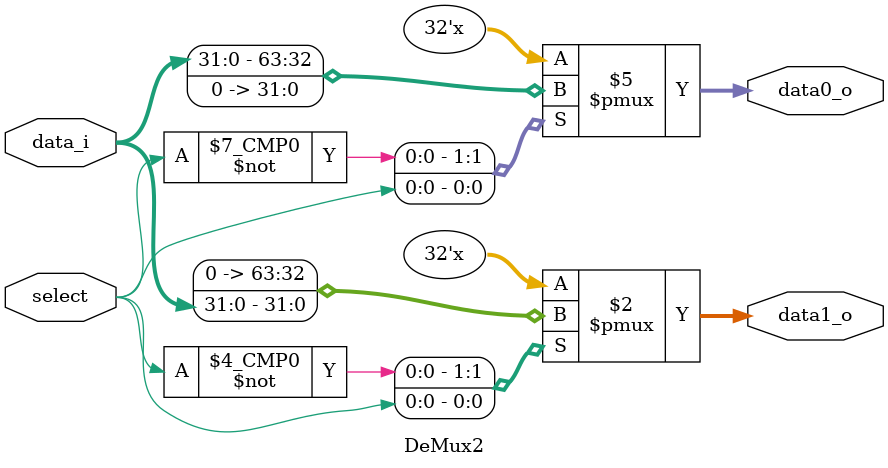
<source format=sv>
`default_nettype none
`ifdef SIMULATE
`timescale 1ns/1ps
`endif

module DeMux2
#(
    parameter DATA_WIDTH = 32
)
(
   input  logic select,
   input  logic [DATA_WIDTH-1:0]  data_i,
   output logic [DATA_WIDTH-1:0]  data0_o,
   output logic [DATA_WIDTH-1:0]  data1_o
);

always_comb begin
    case (select)
        0: begin
            data0_o = data_i;
            data1_o = 0;
        end
        1: begin
            data0_o = 0;
            data1_o = data_i;
        end
    endcase
end

endmodule


</source>
